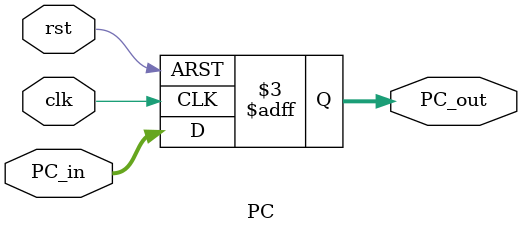
<source format=sv>
module PC(
	input logic	clk, 
	input logic rst,
	
	input logic [31:0]PC_in,
	output logic [31:0]PC_out
);

	always_ff @(posedge clk or negedge rst)
	begin
		
		if(!rst)
		begin
			PC_out <= 32'd0;
		end
		
		else
		begin
			PC_out <= PC_in;
 		end
		
	end
endmodule
</source>
